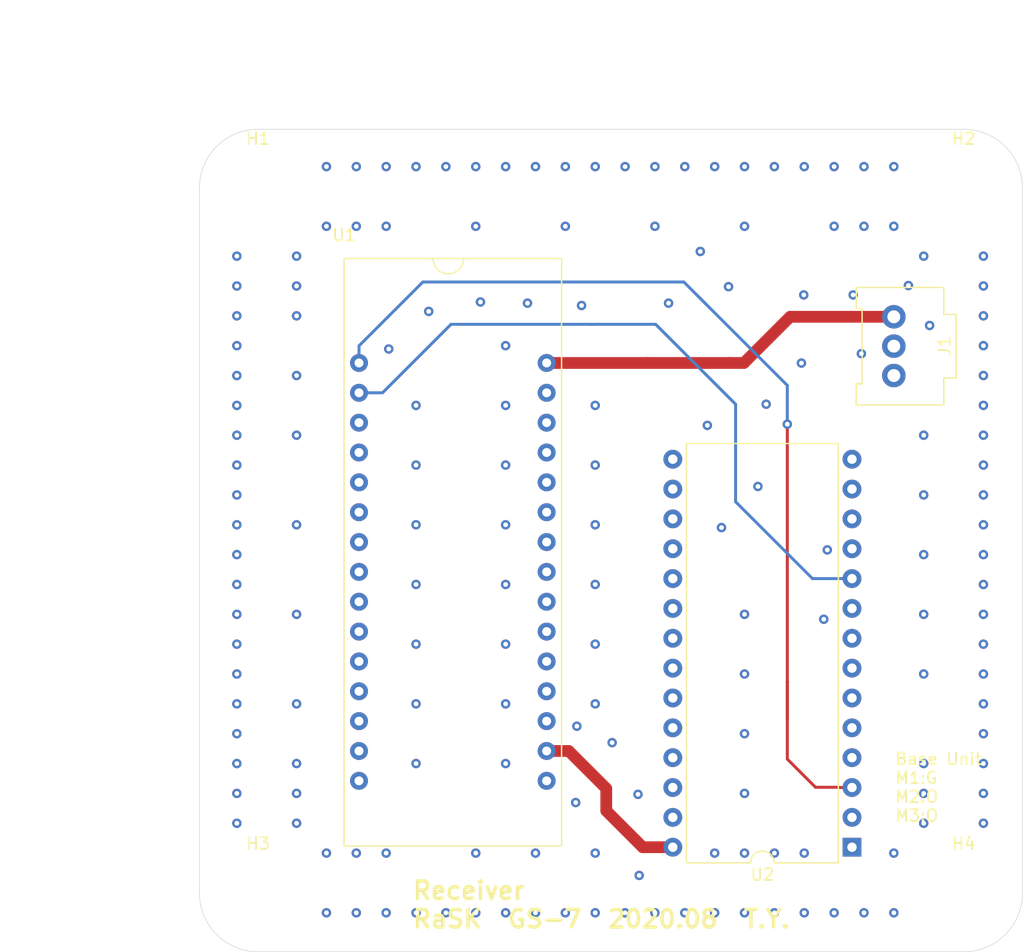
<source format=kicad_pcb>
(kicad_pcb (version 20171130) (host pcbnew "(5.1.4)-1")

  (general
    (thickness 1.6)
    (drawings 12)
    (tracks 207)
    (zones 0)
    (modules 7)
    (nets 53)
  )

  (page A4)
  (layers
    (0 F.Cu signal)
    (31 B.Cu signal)
    (32 B.Adhes user)
    (33 F.Adhes user)
    (34 B.Paste user)
    (35 F.Paste user)
    (36 B.SilkS user)
    (37 F.SilkS user)
    (38 B.Mask user)
    (39 F.Mask user)
    (40 Dwgs.User user)
    (41 Cmts.User user)
    (42 Eco1.User user)
    (43 Eco2.User user)
    (44 Edge.Cuts user)
    (45 Margin user)
    (46 B.CrtYd user)
    (47 F.CrtYd user)
    (48 B.Fab user)
    (49 F.Fab user)
  )

  (setup
    (last_trace_width 0.25)
    (user_trace_width 1)
    (trace_clearance 0.2)
    (zone_clearance 0.508)
    (zone_45_only no)
    (trace_min 0.2)
    (via_size 0.8)
    (via_drill 0.4)
    (via_min_size 0.4)
    (via_min_drill 0.3)
    (uvia_size 0.3)
    (uvia_drill 0.1)
    (uvias_allowed no)
    (uvia_min_size 0.2)
    (uvia_min_drill 0.1)
    (edge_width 0.05)
    (segment_width 0.2)
    (pcb_text_width 0.3)
    (pcb_text_size 1.5 1.5)
    (mod_edge_width 0.12)
    (mod_text_size 1 1)
    (mod_text_width 0.15)
    (pad_size 1.524 1.524)
    (pad_drill 0.762)
    (pad_to_mask_clearance 0.051)
    (solder_mask_min_width 0.25)
    (aux_axis_origin 0 0)
    (visible_elements 7FFFFFFF)
    (pcbplotparams
      (layerselection 0x010f0_ffffffff)
      (usegerberextensions true)
      (usegerberattributes false)
      (usegerberadvancedattributes false)
      (creategerberjobfile false)
      (excludeedgelayer true)
      (linewidth 0.100000)
      (plotframeref false)
      (viasonmask false)
      (mode 1)
      (useauxorigin false)
      (hpglpennumber 1)
      (hpglpenspeed 20)
      (hpglpendiameter 15.000000)
      (psnegative false)
      (psa4output false)
      (plotreference true)
      (plotvalue true)
      (plotinvisibletext false)
      (padsonsilk false)
      (subtractmaskfromsilk false)
      (outputformat 1)
      (mirror false)
      (drillshape 0)
      (scaleselection 1)
      (outputdirectory "../新しいフォルダー/GS-7-U2-R/"))
  )

  (net 0 "")
  (net 1 +9V)
  (net 2 GND)
  (net 3 "Net-(J1-Pad3)")
  (net 4 UART1_TX)
  (net 5 UART1_RX)
  (net 6 "Net-(U1-Pad3)")
  (net 7 "Net-(U1-Pad5)")
  (net 8 "Net-(U1-Pad6)")
  (net 9 "Net-(U1-Pad7)")
  (net 10 "Net-(U1-Pad8)")
  (net 11 "Net-(U1-Pad9)")
  (net 12 "Net-(U1-Pad10)")
  (net 13 "Net-(U1-Pad11)")
  (net 14 "Net-(U1-Pad12)")
  (net 15 "Net-(U1-Pad13)")
  (net 16 "Net-(U1-Pad14)")
  (net 17 "Net-(U1-Pad15)")
  (net 18 "Net-(U1-Pad16)")
  (net 19 +3V3)
  (net 20 "Net-(U1-Pad18)")
  (net 21 "Net-(U1-Pad19)")
  (net 22 "Net-(U1-Pad20)")
  (net 23 "Net-(U1-Pad21)")
  (net 24 "Net-(U1-Pad22)")
  (net 25 "Net-(U1-Pad23)")
  (net 26 "Net-(U1-Pad24)")
  (net 27 "Net-(U1-Pad25)")
  (net 28 "Net-(U1-Pad26)")
  (net 29 "Net-(U1-Pad27)")
  (net 30 "Net-(U1-Pad28)")
  (net 31 "Net-(U2-Pad15)")
  (net 32 "Net-(U2-Pad2)")
  (net 33 "Net-(U2-Pad16)")
  (net 34 "Net-(U2-Pad17)")
  (net 35 "Net-(U2-Pad4)")
  (net 36 "Net-(U2-Pad18)")
  (net 37 "Net-(U2-Pad5)")
  (net 38 "Net-(U2-Pad19)")
  (net 39 "Net-(U2-Pad6)")
  (net 40 "Net-(U2-Pad20)")
  (net 41 "Net-(U2-Pad7)")
  (net 42 "Net-(U2-Pad21)")
  (net 43 "Net-(U2-Pad8)")
  (net 44 "Net-(U2-Pad22)")
  (net 45 "Net-(U2-Pad9)")
  (net 46 "Net-(U2-Pad23)")
  (net 47 "Net-(U2-Pad24)")
  (net 48 "Net-(U2-Pad11)")
  (net 49 "Net-(U2-Pad25)")
  (net 50 "Net-(U2-Pad12)")
  (net 51 "Net-(U2-Pad26)")
  (net 52 "Net-(U2-Pad27)")

  (net_class Default "これはデフォルトのネット クラスです。"
    (clearance 0.2)
    (trace_width 0.25)
    (via_dia 0.8)
    (via_drill 0.4)
    (uvia_dia 0.3)
    (uvia_drill 0.1)
    (add_net +3V3)
    (add_net +9V)
    (add_net GND)
    (add_net "Net-(J1-Pad3)")
    (add_net "Net-(U1-Pad10)")
    (add_net "Net-(U1-Pad11)")
    (add_net "Net-(U1-Pad12)")
    (add_net "Net-(U1-Pad13)")
    (add_net "Net-(U1-Pad14)")
    (add_net "Net-(U1-Pad15)")
    (add_net "Net-(U1-Pad16)")
    (add_net "Net-(U1-Pad18)")
    (add_net "Net-(U1-Pad19)")
    (add_net "Net-(U1-Pad20)")
    (add_net "Net-(U1-Pad21)")
    (add_net "Net-(U1-Pad22)")
    (add_net "Net-(U1-Pad23)")
    (add_net "Net-(U1-Pad24)")
    (add_net "Net-(U1-Pad25)")
    (add_net "Net-(U1-Pad26)")
    (add_net "Net-(U1-Pad27)")
    (add_net "Net-(U1-Pad28)")
    (add_net "Net-(U1-Pad3)")
    (add_net "Net-(U1-Pad5)")
    (add_net "Net-(U1-Pad6)")
    (add_net "Net-(U1-Pad7)")
    (add_net "Net-(U1-Pad8)")
    (add_net "Net-(U1-Pad9)")
    (add_net "Net-(U2-Pad11)")
    (add_net "Net-(U2-Pad12)")
    (add_net "Net-(U2-Pad15)")
    (add_net "Net-(U2-Pad16)")
    (add_net "Net-(U2-Pad17)")
    (add_net "Net-(U2-Pad18)")
    (add_net "Net-(U2-Pad19)")
    (add_net "Net-(U2-Pad2)")
    (add_net "Net-(U2-Pad20)")
    (add_net "Net-(U2-Pad21)")
    (add_net "Net-(U2-Pad22)")
    (add_net "Net-(U2-Pad23)")
    (add_net "Net-(U2-Pad24)")
    (add_net "Net-(U2-Pad25)")
    (add_net "Net-(U2-Pad26)")
    (add_net "Net-(U2-Pad27)")
    (add_net "Net-(U2-Pad4)")
    (add_net "Net-(U2-Pad5)")
    (add_net "Net-(U2-Pad6)")
    (add_net "Net-(U2-Pad7)")
    (add_net "Net-(U2-Pad8)")
    (add_net "Net-(U2-Pad9)")
    (add_net UART1_RX)
    (add_net UART1_TX)
  )

  (module Package_DIP:DIP-28_W15.24mm (layer F.Cu) (tedit 5A02E8C5) (tstamp 5F27546D)
    (at 95.5 101.1 180)
    (descr "28-lead though-hole mounted DIP package, row spacing 15.24 mm (600 mils)")
    (tags "THT DIP DIL PDIP 2.54mm 15.24mm 600mil")
    (path /5F29548E)
    (fp_text reference U2 (at 7.62 -2.33) (layer F.SilkS)
      (effects (font (size 1 1) (thickness 0.15)))
    )
    (fp_text value RF_ZigBee_MW-R-DP-W (at 7.62 35.35) (layer F.Fab)
      (effects (font (size 1 1) (thickness 0.15)))
    )
    (fp_arc (start 7.62 -1.33) (end 6.62 -1.33) (angle -180) (layer F.SilkS) (width 0.12))
    (fp_line (start 1.255 -1.27) (end 14.985 -1.27) (layer F.Fab) (width 0.1))
    (fp_line (start 14.985 -1.27) (end 14.985 34.29) (layer F.Fab) (width 0.1))
    (fp_line (start 14.985 34.29) (end 0.255 34.29) (layer F.Fab) (width 0.1))
    (fp_line (start 0.255 34.29) (end 0.255 -0.27) (layer F.Fab) (width 0.1))
    (fp_line (start 0.255 -0.27) (end 1.255 -1.27) (layer F.Fab) (width 0.1))
    (fp_line (start 6.62 -1.33) (end 1.16 -1.33) (layer F.SilkS) (width 0.12))
    (fp_line (start 1.16 -1.33) (end 1.16 34.35) (layer F.SilkS) (width 0.12))
    (fp_line (start 1.16 34.35) (end 14.08 34.35) (layer F.SilkS) (width 0.12))
    (fp_line (start 14.08 34.35) (end 14.08 -1.33) (layer F.SilkS) (width 0.12))
    (fp_line (start 14.08 -1.33) (end 8.62 -1.33) (layer F.SilkS) (width 0.12))
    (fp_line (start -1.05 -1.55) (end -1.05 34.55) (layer F.CrtYd) (width 0.05))
    (fp_line (start -1.05 34.55) (end 16.3 34.55) (layer F.CrtYd) (width 0.05))
    (fp_line (start 16.3 34.55) (end 16.3 -1.55) (layer F.CrtYd) (width 0.05))
    (fp_line (start 16.3 -1.55) (end -1.05 -1.55) (layer F.CrtYd) (width 0.05))
    (fp_text user %R (at 7.62 16.51) (layer F.Fab)
      (effects (font (size 1 1) (thickness 0.15)))
    )
    (pad 1 thru_hole rect (at 0 0 180) (size 1.6 1.6) (drill 0.8) (layers *.Cu *.Mask)
      (net 2 GND))
    (pad 15 thru_hole oval (at 15.24 33.02 180) (size 1.6 1.6) (drill 0.8) (layers *.Cu *.Mask)
      (net 31 "Net-(U2-Pad15)"))
    (pad 2 thru_hole oval (at 0 2.54 180) (size 1.6 1.6) (drill 0.8) (layers *.Cu *.Mask)
      (net 32 "Net-(U2-Pad2)"))
    (pad 16 thru_hole oval (at 15.24 30.48 180) (size 1.6 1.6) (drill 0.8) (layers *.Cu *.Mask)
      (net 33 "Net-(U2-Pad16)"))
    (pad 3 thru_hole oval (at 0 5.08 180) (size 1.6 1.6) (drill 0.8) (layers *.Cu *.Mask)
      (net 4 UART1_TX))
    (pad 17 thru_hole oval (at 15.24 27.94 180) (size 1.6 1.6) (drill 0.8) (layers *.Cu *.Mask)
      (net 34 "Net-(U2-Pad17)"))
    (pad 4 thru_hole oval (at 0 7.62 180) (size 1.6 1.6) (drill 0.8) (layers *.Cu *.Mask)
      (net 35 "Net-(U2-Pad4)"))
    (pad 18 thru_hole oval (at 15.24 25.4 180) (size 1.6 1.6) (drill 0.8) (layers *.Cu *.Mask)
      (net 36 "Net-(U2-Pad18)"))
    (pad 5 thru_hole oval (at 0 10.16 180) (size 1.6 1.6) (drill 0.8) (layers *.Cu *.Mask)
      (net 37 "Net-(U2-Pad5)"))
    (pad 19 thru_hole oval (at 15.24 22.86 180) (size 1.6 1.6) (drill 0.8) (layers *.Cu *.Mask)
      (net 38 "Net-(U2-Pad19)"))
    (pad 6 thru_hole oval (at 0 12.7 180) (size 1.6 1.6) (drill 0.8) (layers *.Cu *.Mask)
      (net 39 "Net-(U2-Pad6)"))
    (pad 20 thru_hole oval (at 15.24 20.32 180) (size 1.6 1.6) (drill 0.8) (layers *.Cu *.Mask)
      (net 40 "Net-(U2-Pad20)"))
    (pad 7 thru_hole oval (at 0 15.24 180) (size 1.6 1.6) (drill 0.8) (layers *.Cu *.Mask)
      (net 41 "Net-(U2-Pad7)"))
    (pad 21 thru_hole oval (at 15.24 17.78 180) (size 1.6 1.6) (drill 0.8) (layers *.Cu *.Mask)
      (net 42 "Net-(U2-Pad21)"))
    (pad 8 thru_hole oval (at 0 17.78 180) (size 1.6 1.6) (drill 0.8) (layers *.Cu *.Mask)
      (net 43 "Net-(U2-Pad8)"))
    (pad 22 thru_hole oval (at 15.24 15.24 180) (size 1.6 1.6) (drill 0.8) (layers *.Cu *.Mask)
      (net 44 "Net-(U2-Pad22)"))
    (pad 9 thru_hole oval (at 0 20.32 180) (size 1.6 1.6) (drill 0.8) (layers *.Cu *.Mask)
      (net 45 "Net-(U2-Pad9)"))
    (pad 23 thru_hole oval (at 15.24 12.7 180) (size 1.6 1.6) (drill 0.8) (layers *.Cu *.Mask)
      (net 46 "Net-(U2-Pad23)"))
    (pad 10 thru_hole oval (at 0 22.86 180) (size 1.6 1.6) (drill 0.8) (layers *.Cu *.Mask)
      (net 5 UART1_RX))
    (pad 24 thru_hole oval (at 15.24 10.16 180) (size 1.6 1.6) (drill 0.8) (layers *.Cu *.Mask)
      (net 47 "Net-(U2-Pad24)"))
    (pad 11 thru_hole oval (at 0 25.4 180) (size 1.6 1.6) (drill 0.8) (layers *.Cu *.Mask)
      (net 48 "Net-(U2-Pad11)"))
    (pad 25 thru_hole oval (at 15.24 7.62 180) (size 1.6 1.6) (drill 0.8) (layers *.Cu *.Mask)
      (net 49 "Net-(U2-Pad25)"))
    (pad 12 thru_hole oval (at 0 27.94 180) (size 1.6 1.6) (drill 0.8) (layers *.Cu *.Mask)
      (net 50 "Net-(U2-Pad12)"))
    (pad 26 thru_hole oval (at 15.24 5.08 180) (size 1.6 1.6) (drill 0.8) (layers *.Cu *.Mask)
      (net 51 "Net-(U2-Pad26)"))
    (pad 13 thru_hole oval (at 0 30.48 180) (size 1.6 1.6) (drill 0.8) (layers *.Cu *.Mask)
      (net 2 GND))
    (pad 27 thru_hole oval (at 15.24 2.54 180) (size 1.6 1.6) (drill 0.8) (layers *.Cu *.Mask)
      (net 52 "Net-(U2-Pad27)"))
    (pad 14 thru_hole oval (at 0 33.02 180) (size 1.6 1.6) (drill 0.8) (layers *.Cu *.Mask)
      (net 2 GND))
    (pad 28 thru_hole oval (at 15.24 0 180) (size 1.6 1.6) (drill 0.8) (layers *.Cu *.Mask)
      (net 19 +3V3))
    (model ${KISYS3DMOD}/Package_DIP.3dshapes/DIP-28_W15.24mm.wrl
      (at (xyz 0 0 0))
      (scale (xyz 1 1 1))
      (rotate (xyz 0 0 0))
    )
  )

  (module MountingHole:MountingHole_3.2mm_M3 (layer F.Cu) (tedit 56D1B4CB) (tstamp 5F2753E6)
    (at 45 45)
    (descr "Mounting Hole 3.2mm, no annular, M3")
    (tags "mounting hole 3.2mm no annular m3")
    (path /5F2AAB65)
    (attr virtual)
    (fp_text reference H1 (at 0 -4.2) (layer F.SilkS)
      (effects (font (size 1 1) (thickness 0.15)))
    )
    (fp_text value MountingHole (at 0 4.2) (layer F.Fab)
      (effects (font (size 1 1) (thickness 0.15)))
    )
    (fp_text user %R (at 0.3 0) (layer F.Fab)
      (effects (font (size 1 1) (thickness 0.15)))
    )
    (fp_circle (center 0 0) (end 3.2 0) (layer Cmts.User) (width 0.15))
    (fp_circle (center 0 0) (end 3.45 0) (layer F.CrtYd) (width 0.05))
    (pad 1 np_thru_hole circle (at 0 0) (size 3.2 3.2) (drill 3.2) (layers *.Cu *.Mask))
  )

  (module MountingHole:MountingHole_3.2mm_M3 (layer F.Cu) (tedit 56D1B4CB) (tstamp 5F2753EE)
    (at 105 45)
    (descr "Mounting Hole 3.2mm, no annular, M3")
    (tags "mounting hole 3.2mm no annular m3")
    (path /5F2AB0BC)
    (attr virtual)
    (fp_text reference H2 (at 0 -4.2) (layer F.SilkS)
      (effects (font (size 1 1) (thickness 0.15)))
    )
    (fp_text value MountingHole (at 0 4.2) (layer F.Fab)
      (effects (font (size 1 1) (thickness 0.15)))
    )
    (fp_circle (center 0 0) (end 3.45 0) (layer F.CrtYd) (width 0.05))
    (fp_circle (center 0 0) (end 3.2 0) (layer Cmts.User) (width 0.15))
    (fp_text user %R (at 0.3 0) (layer F.Fab)
      (effects (font (size 1 1) (thickness 0.15)))
    )
    (pad 1 np_thru_hole circle (at 0 0) (size 3.2 3.2) (drill 3.2) (layers *.Cu *.Mask))
  )

  (module MountingHole:MountingHole_3.2mm_M3 (layer F.Cu) (tedit 56D1B4CB) (tstamp 5F2753F6)
    (at 45 105)
    (descr "Mounting Hole 3.2mm, no annular, M3")
    (tags "mounting hole 3.2mm no annular m3")
    (path /5F2AB350)
    (attr virtual)
    (fp_text reference H3 (at 0 -4.2) (layer F.SilkS)
      (effects (font (size 1 1) (thickness 0.15)))
    )
    (fp_text value MountingHole (at 0 4.2) (layer F.Fab)
      (effects (font (size 1 1) (thickness 0.15)))
    )
    (fp_text user %R (at 0.3 0) (layer F.Fab)
      (effects (font (size 1 1) (thickness 0.15)))
    )
    (fp_circle (center 0 0) (end 3.2 0) (layer Cmts.User) (width 0.15))
    (fp_circle (center 0 0) (end 3.45 0) (layer F.CrtYd) (width 0.05))
    (pad 1 np_thru_hole circle (at 0 0) (size 3.2 3.2) (drill 3.2) (layers *.Cu *.Mask))
  )

  (module MountingHole:MountingHole_3.2mm_M3 (layer F.Cu) (tedit 56D1B4CB) (tstamp 5F2753FE)
    (at 105 105)
    (descr "Mounting Hole 3.2mm, no annular, M3")
    (tags "mounting hole 3.2mm no annular m3")
    (path /5F2AB55E)
    (attr virtual)
    (fp_text reference H4 (at 0 -4.2) (layer F.SilkS)
      (effects (font (size 1 1) (thickness 0.15)))
    )
    (fp_text value MountingHole (at 0 4.2) (layer F.Fab)
      (effects (font (size 1 1) (thickness 0.15)))
    )
    (fp_circle (center 0 0) (end 3.45 0) (layer F.CrtYd) (width 0.05))
    (fp_circle (center 0 0) (end 3.2 0) (layer Cmts.User) (width 0.15))
    (fp_text user %R (at 0.3 0) (layer F.Fab)
      (effects (font (size 1 1) (thickness 0.15)))
    )
    (pad 1 np_thru_hole circle (at 0 0) (size 3.2 3.2) (drill 3.2) (layers *.Cu *.Mask))
  )

  (module KUTKiCad_footprint:Hirose_DF1E_DF1E-3P-2.5DS_1x03_P2.5mm_Vertical (layer F.Cu) (tedit 5D6CD0D5) (tstamp 5F275415)
    (at 99.06 55.96 270)
    (path /5F2A1A9E)
    (fp_text reference J1 (at 2.5 -4.3 90) (layer F.SilkS)
      (effects (font (size 1 1) (thickness 0.15)))
    )
    (fp_text value 9V (at 2.5 -6 90) (layer F.Fab)
      (effects (font (size 1 1) (thickness 0.15)))
    )
    (fp_line (start -2.5 3.2) (end -0.7 3.2) (layer F.SilkS) (width 0.12))
    (fp_line (start -0.7 3.2) (end -0.7 2.7) (layer F.SilkS) (width 0.12))
    (fp_line (start 7.5 3.2) (end 5.7 3.2) (layer F.SilkS) (width 0.12))
    (fp_line (start 5.7 3.2) (end 5.7 2.7) (layer F.SilkS) (width 0.12))
    (fp_line (start -0.2 -5.3) (end -0.2 -4.25) (layer F.SilkS) (width 0.12))
    (fp_line (start -0.2 -4.25) (end -2.5 -4.25) (layer F.SilkS) (width 0.12))
    (fp_line (start -2.5 3.2) (end -0.7 3.2) (layer F.SilkS) (width 0.12))
    (fp_line (start -0.7 3.2) (end -0.7 2.7) (layer F.SilkS) (width 0.12))
    (fp_line (start -0.7 2.7) (end 5.7 2.7) (layer F.SilkS) (width 0.12))
    (fp_line (start 5.7 2.7) (end 5.7 3.2) (layer F.SilkS) (width 0.12))
    (fp_line (start 5.7 3.2) (end 7.5 3.2) (layer F.SilkS) (width 0.12))
    (fp_line (start 7.5 -4.25) (end 5.2 -4.25) (layer F.SilkS) (width 0.12))
    (fp_line (start 5.2 -4.25) (end 5.2 -5.3) (layer F.SilkS) (width 0.12))
    (fp_line (start 5.2 -5.3) (end -0.2 -5.3) (layer F.SilkS) (width 0.12))
    (fp_line (start -2.5 -4.25) (end -2.5 3.2) (layer F.SilkS) (width 0.12))
    (fp_line (start 7.5 3.2) (end 7.5 -4.25) (layer F.SilkS) (width 0.12))
    (pad 1 thru_hole circle (at 0 0 270) (size 2 2) (drill 1.1) (layers *.Cu *.Mask)
      (net 1 +9V))
    (pad 2 thru_hole circle (at 2.5 0 270) (size 2 2) (drill 1.1) (layers *.Cu *.Mask)
      (net 2 GND))
    (pad 3 thru_hole circle (at 5 0 270) (size 2 2) (drill 1.1) (layers *.Cu *.Mask)
      (net 3 "Net-(J1-Pad3)"))
  )

  (module "kada2020_3:STM32 Nucleo Board STM32F303K8" (layer F.Cu) (tedit 5F162B90) (tstamp 5F27543D)
    (at 52.3 51)
    (path /5F294CF0)
    (fp_text reference U1 (at 0 -2) (layer F.SilkS)
      (effects (font (size 1 1) (thickness 0.15)))
    )
    (fp_text value Nucleo_STM32F303K8 (at 0 -4) (layer F.Fab)
      (effects (font (size 1 1) (thickness 0.15)))
    )
    (fp_line (start 0 0) (end 0 50) (layer F.SilkS) (width 0.12))
    (fp_line (start 0 50) (end 18.5 50) (layer F.SilkS) (width 0.12))
    (fp_line (start 18.5 0) (end 18.5 50) (layer F.SilkS) (width 0.12))
    (fp_line (start 0 0) (end 18.5 0) (layer F.SilkS) (width 0.12))
    (fp_text user micro-USB (at 9.25 2) (layer F.Fab)
      (effects (font (size 1 1) (thickness 0.15)))
    )
    (fp_arc (start 8.87 0) (end 7.57 0) (angle -182.0273227) (layer F.SilkS) (width 0.12))
    (pad 1 thru_hole circle (at 1.27 8.89) (size 1.524 1.524) (drill 0.762) (layers *.Cu *.Mask)
      (net 4 UART1_TX))
    (pad 2 thru_hole circle (at 1.27 11.43) (size 1.524 1.524) (drill 0.762) (layers *.Cu *.Mask)
      (net 5 UART1_RX))
    (pad 3 thru_hole circle (at 1.27 13.97) (size 1.524 1.524) (drill 0.762) (layers *.Cu *.Mask)
      (net 6 "Net-(U1-Pad3)"))
    (pad 4 thru_hole circle (at 1.27 16.51) (size 1.524 1.524) (drill 0.762) (layers *.Cu *.Mask)
      (net 2 GND))
    (pad 5 thru_hole circle (at 1.27 19.05) (size 1.524 1.524) (drill 0.762) (layers *.Cu *.Mask)
      (net 7 "Net-(U1-Pad5)"))
    (pad 6 thru_hole circle (at 1.27 21.59) (size 1.524 1.524) (drill 0.762) (layers *.Cu *.Mask)
      (net 8 "Net-(U1-Pad6)"))
    (pad 7 thru_hole circle (at 1.27 24.13) (size 1.524 1.524) (drill 0.762) (layers *.Cu *.Mask)
      (net 9 "Net-(U1-Pad7)"))
    (pad 8 thru_hole circle (at 1.27 26.67) (size 1.524 1.524) (drill 0.762) (layers *.Cu *.Mask)
      (net 10 "Net-(U1-Pad8)"))
    (pad 9 thru_hole circle (at 1.27 29.21) (size 1.524 1.524) (drill 0.762) (layers *.Cu *.Mask)
      (net 11 "Net-(U1-Pad9)"))
    (pad 10 thru_hole circle (at 1.27 31.75) (size 1.524 1.524) (drill 0.762) (layers *.Cu *.Mask)
      (net 12 "Net-(U1-Pad10)"))
    (pad 11 thru_hole circle (at 1.27 34.29) (size 1.524 1.524) (drill 0.762) (layers *.Cu *.Mask)
      (net 13 "Net-(U1-Pad11)"))
    (pad 12 thru_hole circle (at 1.27 36.83) (size 1.524 1.524) (drill 0.762) (layers *.Cu *.Mask)
      (net 14 "Net-(U1-Pad12)"))
    (pad 13 thru_hole circle (at 1.27 39.37) (size 1.524 1.524) (drill 0.762) (layers *.Cu *.Mask)
      (net 15 "Net-(U1-Pad13)"))
    (pad 14 thru_hole circle (at 1.27 41.91) (size 1.524 1.524) (drill 0.762) (layers *.Cu *.Mask)
      (net 16 "Net-(U1-Pad14)"))
    (pad 15 thru_hole circle (at 1.27 44.45) (size 1.524 1.524) (drill 0.762) (layers *.Cu *.Mask)
      (net 17 "Net-(U1-Pad15)"))
    (pad 16 thru_hole circle (at 17.23 44.45) (size 1.524 1.524) (drill 0.762) (layers *.Cu *.Mask)
      (net 18 "Net-(U1-Pad16)"))
    (pad 17 thru_hole circle (at 17.23 41.91) (size 1.524 1.524) (drill 0.762) (layers *.Cu *.Mask)
      (net 19 +3V3))
    (pad 18 thru_hole circle (at 17.23 39.37) (size 1.524 1.524) (drill 0.762) (layers *.Cu *.Mask)
      (net 20 "Net-(U1-Pad18)"))
    (pad 19 thru_hole circle (at 17.23 36.83) (size 1.524 1.524) (drill 0.762) (layers *.Cu *.Mask)
      (net 21 "Net-(U1-Pad19)"))
    (pad 20 thru_hole circle (at 17.23 34.29) (size 1.524 1.524) (drill 0.762) (layers *.Cu *.Mask)
      (net 22 "Net-(U1-Pad20)"))
    (pad 21 thru_hole circle (at 17.23 31.75) (size 1.524 1.524) (drill 0.762) (layers *.Cu *.Mask)
      (net 23 "Net-(U1-Pad21)"))
    (pad 22 thru_hole circle (at 17.23 29.21) (size 1.524 1.524) (drill 0.762) (layers *.Cu *.Mask)
      (net 24 "Net-(U1-Pad22)"))
    (pad 23 thru_hole circle (at 17.23 26.67) (size 1.524 1.524) (drill 0.762) (layers *.Cu *.Mask)
      (net 25 "Net-(U1-Pad23)"))
    (pad 24 thru_hole circle (at 17.23 24.13) (size 1.524 1.524) (drill 0.762) (layers *.Cu *.Mask)
      (net 26 "Net-(U1-Pad24)"))
    (pad 25 thru_hole circle (at 17.23 21.59) (size 1.524 1.524) (drill 0.762) (layers *.Cu *.Mask)
      (net 27 "Net-(U1-Pad25)"))
    (pad 26 thru_hole circle (at 17.23 19.05) (size 1.524 1.524) (drill 0.762) (layers *.Cu *.Mask)
      (net 28 "Net-(U1-Pad26)"))
    (pad 27 thru_hole circle (at 17.23 16.51) (size 1.524 1.524) (drill 0.762) (layers *.Cu *.Mask)
      (net 29 "Net-(U1-Pad27)"))
    (pad 28 thru_hole circle (at 17.23 13.97) (size 1.524 1.524) (drill 0.762) (layers *.Cu *.Mask)
      (net 30 "Net-(U1-Pad28)"))
    (pad 29 thru_hole circle (at 17.23 11.43) (size 1.524 1.524) (drill 0.762) (layers *.Cu *.Mask)
      (net 2 GND))
    (pad 30 thru_hole circle (at 17.23 8.89) (size 1.524 1.524) (drill 0.762) (layers *.Cu *.Mask)
      (net 1 +9V))
  )

  (dimension 70 (width 0.05) (layer F.CrtYd)
    (gr_text "70.000 mm" (at 26.8 75 90) (layer F.CrtYd)
      (effects (font (size 1 1) (thickness 0.15)))
    )
    (feature1 (pts (xy 45 40) (xy 27.413579 40)))
    (feature2 (pts (xy 45 110) (xy 27.413579 110)))
    (crossbar (pts (xy 28 110) (xy 28 40)))
    (arrow1a (pts (xy 28 40) (xy 28.586421 41.126504)))
    (arrow1b (pts (xy 28 40) (xy 27.413579 41.126504)))
    (arrow2a (pts (xy 28 110) (xy 28.586421 108.873496)))
    (arrow2b (pts (xy 28 110) (xy 27.413579 108.873496)))
  )
  (dimension 70 (width 0.05) (layer F.CrtYd)
    (gr_text "70.000 mm" (at 75 29.8) (layer F.CrtYd)
      (effects (font (size 1 1) (thickness 0.15)))
    )
    (feature1 (pts (xy 110 45) (xy 110 30.413579)))
    (feature2 (pts (xy 40 45) (xy 40 30.413579)))
    (crossbar (pts (xy 40 31) (xy 110 31)))
    (arrow1a (pts (xy 110 31) (xy 108.873496 31.586421)))
    (arrow1b (pts (xy 110 31) (xy 108.873496 30.413579)))
    (arrow2a (pts (xy 40 31) (xy 41.126504 31.586421)))
    (arrow2b (pts (xy 40 31) (xy 41.126504 30.413579)))
  )
  (gr_arc (start 105 105) (end 105 110) (angle -90) (layer Edge.Cuts) (width 0.05))
  (gr_arc (start 45 105) (end 40 105) (angle -90) (layer Edge.Cuts) (width 0.05))
  (gr_text "Base Unit\nM1:G\nM2:O\nM3:O" (at 99.1 96) (layer F.SilkS)
    (effects (font (size 1 1) (thickness 0.15)) (justify left))
  )
  (gr_text "Receiver\nRaSK  GS-7  2020.08  T.Y.\n" (at 58 106) (layer F.SilkS)
    (effects (font (size 1.5 1.5) (thickness 0.3)) (justify left))
  )
  (gr_arc (start 105 45) (end 110 45) (angle -90) (layer Edge.Cuts) (width 0.05))
  (gr_arc (start 45 45) (end 45 40) (angle -90) (layer Edge.Cuts) (width 0.05))
  (gr_line (start 45 40) (end 105 40) (layer Edge.Cuts) (width 0.05))
  (gr_line (start 110 45) (end 110 105) (layer Edge.Cuts) (width 0.05))
  (gr_line (start 45 110) (end 105 110) (layer Edge.Cuts) (width 0.05))
  (gr_line (start 40 45) (end 40 105) (layer Edge.Cuts) (width 0.05))

  (segment (start 90.24 55.96) (end 99.06 55.96) (width 1) (layer F.Cu) (net 1))
  (segment (start 69.53 59.89) (end 78.11 59.89) (width 1) (layer F.Cu) (net 1))
  (segment (start 86.31 59.89) (end 90.24 55.96) (width 1) (layer F.Cu) (net 1))
  (segment (start 85.11 59.89) (end 86.31 59.89) (width 1) (layer F.Cu) (net 1) (tstamp 5F277CB4))
  (segment (start 78.11 59.89) (end 85.11 59.89) (width 1) (layer F.Cu) (net 1) (tstamp 5F277CB6))
  (via (at 43.18 50.8) (size 0.8) (drill 0.4) (layers F.Cu B.Cu) (net 2))
  (via (at 43.18 53.34) (size 0.8) (drill 0.4) (layers F.Cu B.Cu) (net 2))
  (via (at 43.18 55.88) (size 0.8) (drill 0.4) (layers F.Cu B.Cu) (net 2))
  (via (at 43.18 58.42) (size 0.8) (drill 0.4) (layers F.Cu B.Cu) (net 2))
  (via (at 43.18 60.96) (size 0.8) (drill 0.4) (layers F.Cu B.Cu) (net 2))
  (via (at 43.18 63.5) (size 0.8) (drill 0.4) (layers F.Cu B.Cu) (net 2))
  (via (at 43.18 66.04) (size 0.8) (drill 0.4) (layers F.Cu B.Cu) (net 2))
  (via (at 43.18 68.58) (size 0.8) (drill 0.4) (layers F.Cu B.Cu) (net 2))
  (via (at 43.18 71.12) (size 0.8) (drill 0.4) (layers F.Cu B.Cu) (net 2))
  (via (at 43.18 73.66) (size 0.8) (drill 0.4) (layers F.Cu B.Cu) (net 2))
  (via (at 43.18 76.2) (size 0.8) (drill 0.4) (layers F.Cu B.Cu) (net 2))
  (via (at 43.18 78.74) (size 0.8) (drill 0.4) (layers F.Cu B.Cu) (net 2))
  (via (at 43.18 81.28) (size 0.8) (drill 0.4) (layers F.Cu B.Cu) (net 2))
  (via (at 43.18 86.36) (size 0.8) (drill 0.4) (layers F.Cu B.Cu) (net 2))
  (via (at 43.18 83.82) (size 0.8) (drill 0.4) (layers F.Cu B.Cu) (net 2))
  (via (at 43.18 88.9) (size 0.8) (drill 0.4) (layers F.Cu B.Cu) (net 2))
  (via (at 43.18 91.44) (size 0.8) (drill 0.4) (layers F.Cu B.Cu) (net 2))
  (via (at 43.18 93.98) (size 0.8) (drill 0.4) (layers F.Cu B.Cu) (net 2))
  (via (at 43.18 96.52) (size 0.8) (drill 0.4) (layers F.Cu B.Cu) (net 2))
  (via (at 43.18 99.06) (size 0.8) (drill 0.4) (layers F.Cu B.Cu) (net 2))
  (via (at 48.26 99.06) (size 0.8) (drill 0.4) (layers F.Cu B.Cu) (net 2))
  (via (at 48.26 96.52) (size 0.8) (drill 0.4) (layers F.Cu B.Cu) (net 2))
  (via (at 48.26 93.98) (size 0.8) (drill 0.4) (layers F.Cu B.Cu) (net 2))
  (via (at 48.26 50.8) (size 0.8) (drill 0.4) (layers F.Cu B.Cu) (net 2))
  (via (at 48.26 53.34) (size 0.8) (drill 0.4) (layers F.Cu B.Cu) (net 2))
  (via (at 48.26 55.88) (size 0.8) (drill 0.4) (layers F.Cu B.Cu) (net 2))
  (via (at 50.8 43.18) (size 0.8) (drill 0.4) (layers F.Cu B.Cu) (net 2))
  (via (at 53.34 43.18) (size 0.8) (drill 0.4) (layers F.Cu B.Cu) (net 2))
  (via (at 55.88 43.18) (size 0.8) (drill 0.4) (layers F.Cu B.Cu) (net 2))
  (via (at 58.42 43.18) (size 0.8) (drill 0.4) (layers F.Cu B.Cu) (net 2))
  (via (at 63.5 43.18) (size 0.8) (drill 0.4) (layers F.Cu B.Cu) (net 2))
  (via (at 60.96 43.18) (size 0.8) (drill 0.4) (layers F.Cu B.Cu) (net 2))
  (via (at 66.04 43.18) (size 0.8) (drill 0.4) (layers F.Cu B.Cu) (net 2))
  (via (at 71.12 43.18) (size 0.8) (drill 0.4) (layers F.Cu B.Cu) (net 2))
  (via (at 68.58 43.18) (size 0.8) (drill 0.4) (layers F.Cu B.Cu) (net 2))
  (via (at 73.66 43.18) (size 0.8) (drill 0.4) (layers F.Cu B.Cu) (net 2))
  (via (at 76.2 43.18) (size 0.8) (drill 0.4) (layers F.Cu B.Cu) (net 2))
  (via (at 78.74 43.18) (size 0.8) (drill 0.4) (layers F.Cu B.Cu) (net 2))
  (via (at 81.28 43.18) (size 0.8) (drill 0.4) (layers F.Cu B.Cu) (net 2))
  (via (at 83.82 43.18) (size 0.8) (drill 0.4) (layers F.Cu B.Cu) (net 2))
  (via (at 86.36 43.18) (size 0.8) (drill 0.4) (layers F.Cu B.Cu) (net 2))
  (via (at 88.9 43.18) (size 0.8) (drill 0.4) (layers F.Cu B.Cu) (net 2))
  (via (at 91.44 43.18) (size 0.8) (drill 0.4) (layers F.Cu B.Cu) (net 2))
  (via (at 93.98 43.18) (size 0.8) (drill 0.4) (layers F.Cu B.Cu) (net 2))
  (via (at 96.52 43.18) (size 0.8) (drill 0.4) (layers F.Cu B.Cu) (net 2))
  (via (at 99.06 43.18) (size 0.8) (drill 0.4) (layers F.Cu B.Cu) (net 2))
  (via (at 106.68 50.8) (size 0.8) (drill 0.4) (layers F.Cu B.Cu) (net 2))
  (via (at 106.68 53.34) (size 0.8) (drill 0.4) (layers F.Cu B.Cu) (net 2))
  (via (at 106.68 55.88) (size 0.8) (drill 0.4) (layers F.Cu B.Cu) (net 2))
  (via (at 106.68 58.42) (size 0.8) (drill 0.4) (layers F.Cu B.Cu) (net 2))
  (via (at 106.68 60.96) (size 0.8) (drill 0.4) (layers F.Cu B.Cu) (net 2))
  (via (at 106.68 63.5) (size 0.8) (drill 0.4) (layers F.Cu B.Cu) (net 2))
  (via (at 106.68 66.04) (size 0.8) (drill 0.4) (layers F.Cu B.Cu) (net 2))
  (via (at 106.68 68.58) (size 0.8) (drill 0.4) (layers F.Cu B.Cu) (net 2))
  (via (at 106.68 71.12) (size 0.8) (drill 0.4) (layers F.Cu B.Cu) (net 2))
  (via (at 106.68 73.66) (size 0.8) (drill 0.4) (layers F.Cu B.Cu) (net 2))
  (via (at 106.68 76.2) (size 0.8) (drill 0.4) (layers F.Cu B.Cu) (net 2))
  (via (at 106.68 78.74) (size 0.8) (drill 0.4) (layers F.Cu B.Cu) (net 2))
  (via (at 106.68 81.28) (size 0.8) (drill 0.4) (layers F.Cu B.Cu) (net 2))
  (via (at 106.68 83.82) (size 0.8) (drill 0.4) (layers F.Cu B.Cu) (net 2))
  (via (at 106.68 86.36) (size 0.8) (drill 0.4) (layers F.Cu B.Cu) (net 2))
  (via (at 106.68 88.9) (size 0.8) (drill 0.4) (layers F.Cu B.Cu) (net 2))
  (via (at 106.68 91.44) (size 0.8) (drill 0.4) (layers F.Cu B.Cu) (net 2))
  (via (at 106.68 93.98) (size 0.8) (drill 0.4) (layers F.Cu B.Cu) (net 2))
  (via (at 106.68 96.52) (size 0.8) (drill 0.4) (layers F.Cu B.Cu) (net 2))
  (via (at 106.68 99.06) (size 0.8) (drill 0.4) (layers F.Cu B.Cu) (net 2))
  (via (at 50.8 106.68) (size 0.8) (drill 0.4) (layers F.Cu B.Cu) (net 2))
  (via (at 53.34 106.68) (size 0.8) (drill 0.4) (layers F.Cu B.Cu) (net 2))
  (via (at 55.88 106.68) (size 0.8) (drill 0.4) (layers F.Cu B.Cu) (net 2))
  (via (at 58.42 106.68) (size 0.8) (drill 0.4) (layers F.Cu B.Cu) (net 2))
  (via (at 63.5 106.68) (size 0.8) (drill 0.4) (layers F.Cu B.Cu) (net 2))
  (via (at 66.04 106.68) (size 0.8) (drill 0.4) (layers F.Cu B.Cu) (net 2))
  (via (at 60.96 106.68) (size 0.8) (drill 0.4) (layers F.Cu B.Cu) (net 2))
  (via (at 68.58 106.68) (size 0.8) (drill 0.4) (layers F.Cu B.Cu) (net 2))
  (via (at 71.12 106.68) (size 0.8) (drill 0.4) (layers F.Cu B.Cu) (net 2))
  (via (at 73.66 106.68) (size 0.8) (drill 0.4) (layers F.Cu B.Cu) (net 2))
  (via (at 76.2 106.68) (size 0.8) (drill 0.4) (layers F.Cu B.Cu) (net 2))
  (via (at 78.74 106.68) (size 0.8) (drill 0.4) (layers F.Cu B.Cu) (net 2))
  (via (at 81.28 106.68) (size 0.8) (drill 0.4) (layers F.Cu B.Cu) (net 2))
  (via (at 83.82 106.68) (size 0.8) (drill 0.4) (layers F.Cu B.Cu) (net 2))
  (via (at 86.36 106.68) (size 0.8) (drill 0.4) (layers F.Cu B.Cu) (net 2))
  (via (at 88.9 106.68) (size 0.8) (drill 0.4) (layers F.Cu B.Cu) (net 2))
  (via (at 91.44 106.68) (size 0.8) (drill 0.4) (layers F.Cu B.Cu) (net 2))
  (via (at 93.98 106.68) (size 0.8) (drill 0.4) (layers F.Cu B.Cu) (net 2))
  (via (at 96.52 106.68) (size 0.8) (drill 0.4) (layers F.Cu B.Cu) (net 2))
  (via (at 99.06 106.68) (size 0.8) (drill 0.4) (layers F.Cu B.Cu) (net 2))
  (via (at 50.8 101.6) (size 0.8) (drill 0.4) (layers F.Cu B.Cu) (net 2))
  (via (at 53.34 101.6) (size 0.8) (drill 0.4) (layers F.Cu B.Cu) (net 2))
  (via (at 55.88 101.6) (size 0.8) (drill 0.4) (layers F.Cu B.Cu) (net 2))
  (via (at 99.06 101.6) (size 0.8) (drill 0.4) (layers F.Cu B.Cu) (net 2))
  (via (at 101.6 99.06) (size 0.8) (drill 0.4) (layers F.Cu B.Cu) (net 2))
  (via (at 101.6 96.52) (size 0.8) (drill 0.4) (layers F.Cu B.Cu) (net 2))
  (via (at 101.6 93.98) (size 0.8) (drill 0.4) (layers F.Cu B.Cu) (net 2))
  (via (at 101.6 50.8) (size 0.8) (drill 0.4) (layers F.Cu B.Cu) (net 2))
  (via (at 99.06 48.26) (size 0.8) (drill 0.4) (layers F.Cu B.Cu) (net 2))
  (via (at 96.52 48.26) (size 0.8) (drill 0.4) (layers F.Cu B.Cu) (net 2))
  (via (at 93.98 48.26) (size 0.8) (drill 0.4) (layers F.Cu B.Cu) (net 2))
  (via (at 50.8 48.26) (size 0.8) (drill 0.4) (layers F.Cu B.Cu) (net 2))
  (via (at 53.34 48.26) (size 0.8) (drill 0.4) (layers F.Cu B.Cu) (net 2))
  (via (at 55.88 48.26) (size 0.8) (drill 0.4) (layers F.Cu B.Cu) (net 2))
  (via (at 48.26 66.04) (size 0.8) (drill 0.4) (layers F.Cu B.Cu) (net 2))
  (via (at 48.26 73.66) (size 0.8) (drill 0.4) (layers F.Cu B.Cu) (net 2))
  (via (at 48.26 81.28) (size 0.8) (drill 0.4) (layers F.Cu B.Cu) (net 2))
  (via (at 48.26 88.9) (size 0.8) (drill 0.4) (layers F.Cu B.Cu) (net 2))
  (via (at 48.26 60.96) (size 0.8) (drill 0.4) (layers F.Cu B.Cu) (net 2))
  (via (at 63.5 101.6) (size 0.8) (drill 0.4) (layers F.Cu B.Cu) (net 2))
  (via (at 68.58 101.6) (size 0.8) (drill 0.4) (layers F.Cu B.Cu) (net 2))
  (via (at 73.66 101.6) (size 0.8) (drill 0.4) (layers F.Cu B.Cu) (net 2))
  (via (at 83.82 101.6) (size 0.8) (drill 0.4) (layers F.Cu B.Cu) (net 2))
  (via (at 91.44 101.6) (size 0.8) (drill 0.4) (layers F.Cu B.Cu) (net 2))
  (via (at 88.9 101.6) (size 0.8) (drill 0.4) (layers F.Cu B.Cu) (net 2))
  (via (at 86.36 101.6) (size 0.8) (drill 0.4) (layers F.Cu B.Cu) (net 2))
  (via (at 63.5 48.26) (size 0.8) (drill 0.4) (layers F.Cu B.Cu) (net 2))
  (via (at 71.12 48.26) (size 0.8) (drill 0.4) (layers F.Cu B.Cu) (net 2))
  (via (at 78.74 48.26) (size 0.8) (drill 0.4) (layers F.Cu B.Cu) (net 2))
  (via (at 86.36 48.26) (size 0.8) (drill 0.4) (layers F.Cu B.Cu) (net 2))
  (via (at 101.6 66.04) (size 0.8) (drill 0.4) (layers F.Cu B.Cu) (net 2))
  (via (at 101.6 71.12) (size 0.8) (drill 0.4) (layers F.Cu B.Cu) (net 2))
  (via (at 101.6 76.2) (size 0.8) (drill 0.4) (layers F.Cu B.Cu) (net 2))
  (via (at 101.6 81.28) (size 0.8) (drill 0.4) (layers F.Cu B.Cu) (net 2))
  (via (at 101.6 86.36) (size 0.8) (drill 0.4) (layers F.Cu B.Cu) (net 2))
  (via (at 58.42 93.98) (size 0.8) (drill 0.4) (layers F.Cu B.Cu) (net 2))
  (via (at 66.04 93.98) (size 0.8) (drill 0.4) (layers F.Cu B.Cu) (net 2))
  (via (at 66.04 88.9) (size 0.8) (drill 0.4) (layers F.Cu B.Cu) (net 2))
  (via (at 58.42 88.9) (size 0.8) (drill 0.4) (layers F.Cu B.Cu) (net 2))
  (via (at 58.42 83.82) (size 0.8) (drill 0.4) (layers F.Cu B.Cu) (net 2))
  (via (at 66.04 83.82) (size 0.8) (drill 0.4) (layers F.Cu B.Cu) (net 2))
  (via (at 66.04 78.74) (size 0.8) (drill 0.4) (layers F.Cu B.Cu) (net 2))
  (via (at 58.42 78.74) (size 0.8) (drill 0.4) (layers F.Cu B.Cu) (net 2))
  (via (at 58.42 73.66) (size 0.8) (drill 0.4) (layers F.Cu B.Cu) (net 2))
  (via (at 66.04 73.66) (size 0.8) (drill 0.4) (layers F.Cu B.Cu) (net 2))
  (via (at 66.04 68.58) (size 0.8) (drill 0.4) (layers F.Cu B.Cu) (net 2))
  (via (at 58.42 68.58) (size 0.8) (drill 0.4) (layers F.Cu B.Cu) (net 2))
  (via (at 58.42 63.5) (size 0.8) (drill 0.4) (layers F.Cu B.Cu) (net 2))
  (via (at 66.04 63.5) (size 0.8) (drill 0.4) (layers F.Cu B.Cu) (net 2))
  (via (at 66.04 58.42) (size 0.8) (drill 0.4) (layers F.Cu B.Cu) (net 2))
  (via (at 86.36 96.52) (size 0.8) (drill 0.4) (layers F.Cu B.Cu) (net 2))
  (via (at 86.36 91.44) (size 0.8) (drill 0.4) (layers F.Cu B.Cu) (net 2))
  (via (at 86.36 86.36) (size 0.8) (drill 0.4) (layers F.Cu B.Cu) (net 2))
  (via (at 86.36 81.28) (size 0.8) (drill 0.4) (layers F.Cu B.Cu) (net 2))
  (via (at 73.66 88.9) (size 0.8) (drill 0.4) (layers F.Cu B.Cu) (net 2))
  (via (at 73.66 83.82) (size 0.8) (drill 0.4) (layers F.Cu B.Cu) (net 2))
  (via (at 73.66 78.74) (size 0.8) (drill 0.4) (layers F.Cu B.Cu) (net 2))
  (via (at 73.66 73.66) (size 0.8) (drill 0.4) (layers F.Cu B.Cu) (net 2))
  (via (at 73.66 68.58) (size 0.8) (drill 0.4) (layers F.Cu B.Cu) (net 2))
  (via (at 73.66 63.5) (size 0.8) (drill 0.4) (layers F.Cu B.Cu) (net 2))
  (via (at 56.1 58.7) (size 0.8) (drill 0.4) (layers F.Cu B.Cu) (net 2))
  (via (at 59.5 55.5) (size 0.8) (drill 0.4) (layers F.Cu B.Cu) (net 2))
  (via (at 63.9 54.7) (size 0.8) (drill 0.4) (layers F.Cu B.Cu) (net 2))
  (via (at 67.9 54.8) (size 0.8) (drill 0.4) (layers F.Cu B.Cu) (net 2))
  (via (at 72.5 55) (size 0.8) (drill 0.4) (layers F.Cu B.Cu) (net 2))
  (via (at 79.9 54.8) (size 0.8) (drill 0.4) (layers F.Cu B.Cu) (net 2))
  (via (at 88.2 63.4) (size 0.8) (drill 0.4) (layers F.Cu B.Cu) (net 2))
  (via (at 87.5 70.4) (size 0.8) (drill 0.4) (layers F.Cu B.Cu) (net 2))
  (via (at 93.4 75.8) (size 0.8) (drill 0.4) (layers F.Cu B.Cu) (net 2))
  (via (at 84.4 73.9) (size 0.8) (drill 0.4) (layers F.Cu B.Cu) (net 2))
  (via (at 83.2 65.2) (size 0.8) (drill 0.4) (layers F.Cu B.Cu) (net 2))
  (via (at 93.1 81.7) (size 0.8) (drill 0.4) (layers F.Cu B.Cu) (net 2))
  (via (at 91.2 59.9) (size 0.8) (drill 0.4) (layers F.Cu B.Cu) (net 2))
  (via (at 82.6 50.4) (size 0.8) (drill 0.4) (layers F.Cu B.Cu) (net 2))
  (via (at 85 53.4) (size 0.8) (drill 0.4) (layers F.Cu B.Cu) (net 2))
  (via (at 91.4 54.1) (size 0.8) (drill 0.4) (layers F.Cu B.Cu) (net 2))
  (via (at 95.6 54.1) (size 0.8) (drill 0.4) (layers F.Cu B.Cu) (net 2))
  (via (at 96.3 59.1) (size 0.8) (drill 0.4) (layers F.Cu B.Cu) (net 2))
  (via (at 72 97.3) (size 0.8) (drill 0.4) (layers F.Cu B.Cu) (net 2))
  (via (at 75.1 92.2) (size 0.8) (drill 0.4) (layers F.Cu B.Cu) (net 2))
  (via (at 77.3 96.6) (size 0.8) (drill 0.4) (layers F.Cu B.Cu) (net 2))
  (via (at 77.4 103.5) (size 0.8) (drill 0.4) (layers F.Cu B.Cu) (net 2))
  (via (at 72.1 90.8) (size 0.8) (drill 0.4) (layers F.Cu B.Cu) (net 2))
  (via (at 100.3 53.3) (size 0.8) (drill 0.4) (layers F.Cu B.Cu) (net 2))
  (via (at 102.1 56.7) (size 0.8) (drill 0.4) (layers F.Cu B.Cu) (net 2))
  (segment (start 90 61.8) (end 90 65.1) (width 0.25) (layer B.Cu) (net 4))
  (segment (start 90 65.1) (end 90 65.1) (width 0.25) (layer B.Cu) (net 4) (tstamp 5F2759BC))
  (via (at 90 65.1) (size 0.8) (drill 0.4) (layers F.Cu B.Cu) (net 4))
  (segment (start 94.36863 96.02) (end 94.34863 96) (width 0.25) (layer F.Cu) (net 4))
  (segment (start 95.5 96.02) (end 94.36863 96.02) (width 0.25) (layer F.Cu) (net 4))
  (segment (start 94.34863 96) (end 92.4 96) (width 0.25) (layer F.Cu) (net 4))
  (segment (start 90 93.6) (end 90 87) (width 0.25) (layer F.Cu) (net 4))
  (segment (start 92.4 96) (end 90 93.6) (width 0.25) (layer F.Cu) (net 4))
  (segment (start 90 65.1) (end 90 87) (width 0.25) (layer F.Cu) (net 4))
  (segment (start 90 87) (end 90 90.2) (width 0.25) (layer F.Cu) (net 4))
  (segment (start 53.57 59.89) (end 53.57 58.43) (width 0.25) (layer B.Cu) (net 4))
  (segment (start 53.57 58.43) (end 59 53) (width 0.25) (layer B.Cu) (net 4))
  (segment (start 81.2 53) (end 83.1 54.9) (width 0.25) (layer B.Cu) (net 4))
  (segment (start 59 53) (end 81.2 53) (width 0.25) (layer B.Cu) (net 4))
  (segment (start 82.4 54.2) (end 83.1 54.9) (width 0.25) (layer B.Cu) (net 4))
  (segment (start 83.1 54.9) (end 90 61.8) (width 0.25) (layer B.Cu) (net 4))
  (segment (start 73.2 56.6) (end 73.4 56.6) (width 0.25) (layer B.Cu) (net 5))
  (segment (start 78.8 56.6) (end 85.6 63.4) (width 0.25) (layer B.Cu) (net 5))
  (segment (start 85.6 63.4) (end 85.6 71.7) (width 0.25) (layer B.Cu) (net 5))
  (segment (start 92.14 78.24) (end 95.5 78.24) (width 0.25) (layer B.Cu) (net 5))
  (segment (start 85.6 71.7) (end 92.14 78.24) (width 0.25) (layer B.Cu) (net 5))
  (segment (start 61.4 56.6) (end 73.6 56.6) (width 0.25) (layer B.Cu) (net 5))
  (segment (start 55.57 62.43) (end 61.4 56.6) (width 0.25) (layer B.Cu) (net 5))
  (segment (start 53.57 62.43) (end 55.57 62.43) (width 0.25) (layer B.Cu) (net 5))
  (segment (start 73.2 56.6) (end 73.6 56.6) (width 0.25) (layer B.Cu) (net 5))
  (segment (start 73.6 56.6) (end 78.8 56.6) (width 0.25) (layer B.Cu) (net 5))
  (segment (start 71.41 92.91) (end 69.53 92.91) (width 1) (layer F.Cu) (net 19))
  (segment (start 74.6 96.1) (end 71.41 92.91) (width 1) (layer F.Cu) (net 19))
  (segment (start 74.6 98) (end 74.6 96.1) (width 1) (layer F.Cu) (net 19))
  (segment (start 80.26 101.1) (end 77.7 101.1) (width 1) (layer F.Cu) (net 19))
  (segment (start 77.7 101.1) (end 74.6 98) (width 1) (layer F.Cu) (net 19))

)

</source>
